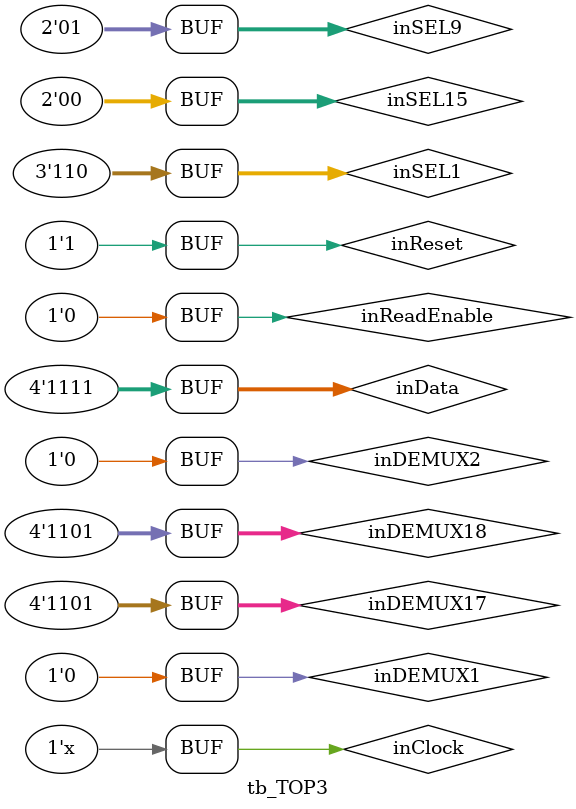
<source format=sv>


`timescale 1ns / 1ps


 
module tb_TOP3();

parameter	CLK_PERIOD = 20	;

reg 			inClock			;
reg 			inReset			;
reg		[3:0]	inData			;
reg 			inReadEnable	;
reg		 		inDEMUX1		;
reg 			inDEMUX2		;
reg 	[3:0]	inDEMUX17		;
reg 	[3:0]	inDEMUX18		;


reg		[2:0]	inSEL1			;
reg 	[1:0]	inSEL9			;
reg 	[1:0]	inSEL15			;


reg 	[3:0]	outMUX9			;
reg 	[3:0]	outMUX10		;
reg 			outMUX15		;
reg 			outMUX16		;


initial begin : init
	inClock			=	1'b1	;
	inReset			=	1'b1	;

	inData			=	4'b0	;
	inReadEnable	=	1'b0	;
	inDEMUX1		=	1'b0	;
	inDEMUX2		=	1'b0	;
	inDEMUX17		=	4'b0	;
	inDEMUX18		=	4'b0	;


	inSEL1			=	3'b0	;
	inSEL9			=	2'b0	;
	inSEL15			=	2'b0	;
end
 
//////////////////////////////////////////////////////////////////////////////////
//  CLOCK
//////////////////////////////////////////////////////////////////////////////////
always #10 	inClock = ~inClock ;
//////////////////////////////////////////////////////////////////////////////////

//////////////////////////////////////////////////////////////////////////////////
//  RESET
//////////////////////////////////////////////////////////////////////////////////
initial begin : RESET

	for(int i = 0; i < 5; i++) begin
		inReset = 1'b0 ;
		#CLK_PERIOD ;	
	end

	inReset = 1'b1 ;
	
end
//////////////////////////////////////////////////////////////////////////////////

//////////////////////////////////////////////////////////////////////////////////
//  DATA
//////////////////////////////////////////////////////////////////////////////////
initial begin : DATA

	for(int i = 0; i < 5; i++) begin
		#CLK_PERIOD ;	
	end

	/////////////////////////////
	// TEST ALL
	/////////////////////////////
	for(int i = 0; i < 80; i++) begin
		#CLK_PERIOD ;	
	end

	for(int i = 0; i < 20; i++) begin
		#CLK_PERIOD ;	
	end

	inData			=	4'b0110	;
	inReadEnable	=	1'b0	;
	inDEMUX1		=	1'b1	;
	inDEMUX2		=	1'b1	;
	inDEMUX17		=	4'b1101	;
	inDEMUX18		=	4'b1101	;	

	for(int i = 0; i < 20; i++) begin
		#CLK_PERIOD ;	
	end
	inDEMUX1		=	1'b0	;
	inDEMUX2		=	1'b0	;

	for(int i = 0; i < 20; i++) begin
		#CLK_PERIOD ;	
	end

	inData			=	4'b1100	;
	inReadEnable	=	1'b0	;
	inDEMUX1		=	1'b1	;
	inDEMUX2		=	1'b1	;
	inDEMUX17		=	4'b1101	;
	inDEMUX18		=	4'b1101	;	

	for(int i = 0; i < 20; i++) begin
		#CLK_PERIOD ;	
	end
	inDEMUX1		=	1'b0	;
	inDEMUX2		=	1'b0	;
	
	for(int i = 0; i < 20; i++) begin
		#CLK_PERIOD ;	
	end

	inData			=	4'b0011	;
	inReadEnable	=	1'b0	;
	inDEMUX1		=	1'b1	;
	inDEMUX2		=	1'b1	;
	inDEMUX17		=	4'b1101	;
	inDEMUX18		=	4'b1101	;	

	for(int i = 0; i < 20; i++) begin
		#CLK_PERIOD ;	
	end
	inDEMUX1		=	1'b0	;
	inDEMUX2		=	1'b0	;
	
	for(int i = 0; i < 20; i++) begin
		#CLK_PERIOD ;	
	end

	inData			=	4'b1010	;
	inReadEnable	=	1'b0	;
	inDEMUX1		=	1'b1	;
	inDEMUX2		=	1'b1	;
	inDEMUX17		=	4'b1101	;
	inDEMUX18		=	4'b1101	;	

	for(int i = 0; i < 20; i++) begin
		#CLK_PERIOD ;	
	end
	inDEMUX1		=	1'b0	;
	inDEMUX2		=	1'b0	;
	
	for(int i = 0; i < 25; i++) begin
		#CLK_PERIOD ;	
	end

	inData			=	4'b1111	;
	inReadEnable	=	1'b0	;
	inDEMUX1		=	1'b1	;
	inDEMUX2		=	1'b1	;
	inDEMUX17		=	4'b1101	;
	inDEMUX18		=	4'b1101	;	

	for(int i = 0; i < 20; i++) begin
		#CLK_PERIOD ;	
	end
	inDEMUX1		=	1'b0	;
	inDEMUX2		=	1'b0	;
	
	for(int i = 0; i < 20; i++) begin
		#CLK_PERIOD ;	
	end




	/////////////////////////////
	// inFIFO Stand Alone
	/////////////////////////////
	inSEL1			=	3'b001	;
	inSEL9			=	2'b0	;
	inSEL15			=	2'b0	;

	for(int i = 0; i < 5; i++) begin
		inReset  =  1'b0 ;
		#CLK_PERIOD ;	
	end

	inReset 		= 	1'b1	;
	inData			=	4'b0001	;
	inReadEnable	=	1'b0	;
	inDEMUX1		=	1'b0	; // ReadEnable
	inDEMUX2		=	1'b0	; // WriteEnable
	inDEMUX17		=	4'b0	; 
	inDEMUX18		=	4'b0	;
	for(int i = 0; i < 20; i++) begin
		#CLK_PERIOD ;	
	end
	inDEMUX2		=	1'b1	; // WriteEnable
	for(int i = 0; i < 20; i++) begin
		#CLK_PERIOD ;	
	end

	for(int i = 0; i < 10; i++) begin
		inDEMUX2 =	1'b0 ;
		#CLK_PERIOD ;	
	end

	inData			=	4'b0100	;
	inReadEnable	=	1'b0	;
	inDEMUX1		=	1'b0	; // ReadEnable
	inDEMUX2		=	1'b1	; // WriteEnable
	inDEMUX17		=	4'b0	; 
	inDEMUX18		=	4'b0	;
	for(int i = 0; i < 20; i++) begin
		#CLK_PERIOD ;	
	end

	for(int i = 0; i < 10; i++) begin
		inDEMUX2 =	1'b0 ;
		#CLK_PERIOD ;	
	end

	inData			=	4'b1001	;
	inReadEnable	=	1'b0	;
	inDEMUX1		=	1'b0	; // ReadEnable
	inDEMUX2		=	1'b1	; // WriteEnable
	inDEMUX17		=	4'b0	; 
	inDEMUX18		=	4'b0	;
	for(int i = 0; i < 20; i++) begin
		#CLK_PERIOD ;	
	end

	for(int i = 0; i < 10; i++) begin
		inDEMUX2 =	1'b0 ;
		#CLK_PERIOD ;	
	end

	inData			=	4'b000	;
	inReadEnable	=	1'b0	;
	inDEMUX1		=	1'b1	; // ReadEnable
	inDEMUX2		=	1'b0	; // WriteEnable
	inDEMUX17		=	4'b0	; 
	inDEMUX18		=	4'b0	;
	for(int i = 0; i < 20; i++) begin
		#CLK_PERIOD ;	
	end

	for(int i = 0; i < 10; i++) begin
		inDEMUX1 =	1'b0 ;
		#CLK_PERIOD ;	
	end

	inData			=	4'b000	;
	inReadEnable	=	1'b0	;
	inDEMUX1		=	1'b1	; // ReadEnable
	inDEMUX2		=	1'b0	; // WriteEnable
	inDEMUX17		=	4'b0	; 
	inDEMUX18		=	4'b0	;
	for(int i = 0; i < 20; i++) begin
		#CLK_PERIOD ;	
	end

	for(int i = 0; i < 10; i++) begin
		inDEMUX1 =	1'b0 ;
		#CLK_PERIOD ;	
	end

	inData			=	4'b000	;
	inReadEnable	=	1'b0	;
	inDEMUX1		=	1'b1	; // ReadEnable
	inDEMUX2		=	1'b0	; // WriteEnable
	inDEMUX17		=	4'b0	; 
	inDEMUX18		=	4'b0	;
	for(int i = 0; i < 20; i++) begin
		#CLK_PERIOD ;	
	end

	for(int i = 0; i < 10; i++) begin
		inDEMUX1 =	1'b0 ;
		#CLK_PERIOD ;	
	end

	inData			=	4'b000	;
	inReadEnable	=	1'b0	;
	inDEMUX1		=	1'b1	; // ReadEnable
	inDEMUX2		=	1'b0	; // WriteEnable
	inDEMUX17		=	4'b0	; 
	inDEMUX18		=	4'b0	;
	for(int i = 0; i < 20; i++) begin
		#CLK_PERIOD ;	
	end

	for(int i = 0; i < 10; i++) begin
		inDEMUX1 =	1'b0 ;
		#CLK_PERIOD ;	
	end

	inData			=	4'b000	;
	inReadEnable	=	1'b0	;
	inDEMUX1		=	1'b1	; // ReadEnable
	inDEMUX2		=	1'b0	; // WriteEnable
	inDEMUX17		=	4'b0	; 
	inDEMUX18		=	4'b0	;
	for(int i = 0; i < 20; i++) begin
		#CLK_PERIOD ;	
	end

	for(int i = 0; i < 10; i++) begin
		inDEMUX1 =	1'b0 ;
		#CLK_PERIOD ;	
	end

	inData			=	4'b000	;
	inReadEnable	=	1'b0	;
	inDEMUX1		=	1'b1	; // ReadEnable
	inDEMUX2		=	1'b0	; // WriteEnable
	inDEMUX17		=	4'b0	; 
	inDEMUX18		=	4'b0	;
	for(int i = 0; i < 20; i++) begin
		#CLK_PERIOD ;	
	end

	for(int i = 0; i < 10; i++) begin
		inDEMUX1 =	1'b0 ;
		#CLK_PERIOD ;	
	end

	inData			=	4'b000	;
	inReadEnable	=	1'b0	;
	inDEMUX1		=	1'b1	; // ReadEnable
	inDEMUX2		=	1'b0	; // WriteEnable
	inDEMUX17		=	4'b0	; 
	inDEMUX18		=	4'b0	;
	for(int i = 0; i < 10; i++) begin
		#CLK_PERIOD ;	
	end

	for(int i = 0; i < 10; i++) begin
		inDEMUX1 =	1'b0 ;
		#CLK_PERIOD ;	
	end

	inData			=	4'b000	;
	inReadEnable	=	1'b0	;
	inDEMUX1		=	1'b1	; // ReadEnable
	inDEMUX2		=	1'b0	; // WriteEnable
	inDEMUX17		=	4'b0	; 
	inDEMUX18		=	4'b0	;
	for(int i = 0; i < 20; i++) begin
		#CLK_PERIOD ;	
	end

	for(int i = 0; i < 10; i++) begin
		inDEMUX1 =	1'b0 ;
		#CLK_PERIOD ;	
	end

	inData			=	4'b000	;
	inReadEnable	=	1'b0	;
	inDEMUX1		=	1'b1	; // ReadEnable
	inDEMUX2		=	1'b0	; // WriteEnable
	inDEMUX17		=	4'b0	; 
	inDEMUX18		=	4'b0	;
	for(int i = 0; i < 20; i++) begin
		#CLK_PERIOD ;	
	end
	


	/////////////////////////////
	// CODER Stand Alone
	/////////////////////////////
	inSEL1			=	3'b010	;
	inSEL9			=	2'b0	;
	inSEL15			=	2'b1	;

	for(int i = 0; i < 5; i++) begin
		inDEMUX1		=	1'b0	; // inData
		inDEMUX2		=	1'b1	; // inEmpty
		inReset  =  1'b0 ;
		#CLK_PERIOD ;	
	end
	inReset = 1'b1 ;


	inDEMUX1		=	1'b0	; // inData
	inDEMUX2		=	1'b0	; // inEmpty
	for(int i = 0; i < 20; i++) begin
		#CLK_PERIOD ;	
	end

	inDEMUX1		=	1'b1	; // inData
	inDEMUX2		=	1'b0	; // inEmpty
	for(int i = 0; i < 20; i++) begin
		#CLK_PERIOD ;	
	end

	inDEMUX1		=	1'b1	; // inData
	inDEMUX2		=	1'b0	; // inEmpty
	for(int i = 0; i < 20; i++) begin
		#CLK_PERIOD ;	
	end

	inDEMUX1		=	1'b0	; // inData
	inDEMUX2		=	1'b0	; // inEmpty
	for(int i = 0; i < 20; i++) begin
		#CLK_PERIOD ;	
	end

	inDEMUX1		=	1'b0	; // inData
	inDEMUX2		=	1'b0	; // inEmpty
	for(int i = 0; i < 20; i++) begin
		#CLK_PERIOD ;	
	end

	inDEMUX1		=	1'b1	; // inData
	inDEMUX2		=	1'b0	; // inEmpty
	for(int i = 0; i < 20; i++) begin
		#CLK_PERIOD ;	
	end

	inDEMUX1		=	1'b1	; // inData
	inDEMUX2		=	1'b0	; // inEmpty
	for(int i = 0; i < 20; i++) begin
		#CLK_PERIOD ;	
	end

	inDEMUX1		=	1'b0	; // inData
	inDEMUX2		=	1'b0	; // inEmpty
	for(int i = 0; i < 20; i++) begin
		#CLK_PERIOD ;	
	end

	inDEMUX1		=	1'b0	; // inData
	inDEMUX2		=	1'b0	; // inEmpty
	for(int i = 0; i < 20; i++) begin
		#CLK_PERIOD ;	
	end

	inDEMUX1		=	1'b1	; // inData
	inDEMUX2		=	1'b0	; // inEmpty
	for(int i = 0; i < 20; i++) begin
		#CLK_PERIOD ;	
	end

	inDEMUX1		=	1'b1	; // inData
	inDEMUX2		=	1'b0	; // inEmpty
	for(int i = 0; i < 20; i++) begin
		#CLK_PERIOD ;	
	end

	inDEMUX1		=	1'b0	; // inData
	inDEMUX2		=	1'b0	; // inEmpty
	for(int i = 0; i < 20; i++) begin
		#CLK_PERIOD ;	
	end

	inDEMUX1		=	1'b0	; // inData
	inDEMUX2		=	1'b1	; // inEmpty
	for(int i = 0; i < 50; i++) begin
		#CLK_PERIOD ;	
	end

	inDEMUX1		=	1'b0	; // inData
	inDEMUX2		=	1'b0	; // inEmpty
	for(int i = 0; i < 20; i++) begin
		#CLK_PERIOD ;	
	end

	inDEMUX1		=	1'b1	; // inData
	inDEMUX2		=	1'b0	; // inEmpty
	for(int i = 0; i < 20; i++) begin
		#CLK_PERIOD ;	
	end

	inDEMUX1		=	1'b1	; // inData
	inDEMUX2		=	1'b0	; // inEmpty
	for(int i = 0; i < 20; i++) begin
		#CLK_PERIOD ;	
	end

	inDEMUX1		=	1'b0	; // inData
	inDEMUX2		=	1'b0	; // inEmpty
	for(int i = 0; i < 20; i++) begin
		#CLK_PERIOD ;	
	end

	inDEMUX1		=	1'b0	; // inData
	inDEMUX2		=	1'b0	; // inEmpty
	for(int i = 0; i < 20; i++) begin
		#CLK_PERIOD ;	
	end

	inDEMUX1		=	1'b1	; // inData
	inDEMUX2		=	1'b0	; // inEmpty
	for(int i = 0; i < 20; i++) begin
		#CLK_PERIOD ;	
	end

	inDEMUX1		=	1'b1	; // inData
	inDEMUX2		=	1'b0	; // inEmpty
	for(int i = 0; i < 20; i++) begin
		#CLK_PERIOD ;	
	end

	inDEMUX1		=	1'b0	; // inData
	inDEMUX2		=	1'b0	; // inEmpty
	for(int i = 0; i < 20; i++) begin
		#CLK_PERIOD ;	
	end

	inDEMUX1		=	1'b0	; // inData
	inDEMUX2		=	1'b0	; // inEmpty
	for(int i = 0; i < 20; i++) begin
		#CLK_PERIOD ;	
	end

	inDEMUX1		=	1'b1	; // inData
	inDEMUX2		=	1'b0	; // inEmpty
	for(int i = 0; i < 20; i++) begin
		#CLK_PERIOD ;	
	end

	inDEMUX1		=	1'b1	; // inData
	inDEMUX2		=	1'b0	; // inEmpty
	for(int i = 0; i < 20; i++) begin
		#CLK_PERIOD ;	
	end

	inDEMUX1		=	1'b0	; // inData
	inDEMUX2		=	1'b0	; // inEmpty
	for(int i = 0; i < 20; i++) begin
		#CLK_PERIOD ;	
	end

	inDEMUX1		=	1'b0	; // inData
	inDEMUX2		=	1'b1	; // inEmpty
	for(int i = 0; i < 20; i++) begin
		#CLK_PERIOD ;	
	end


	/////////////////////////////
	// DECODER Stand Alone
	/////////////////////////////
	inSEL1			=	3'b111	;
	inSEL9			=	2'b10	;
	inSEL15			=	2'b01	;

	for(int i = 0; i < 5; i++) begin
		inDEMUX1		=	1'b0	; // inEOC
		inDEMUX2		=	1'b0	; // 
		inDEMUX17		=	4'b0	; // I
		inDEMUX18		=	4'b0	; // Q
		inReset  =  1'b0 ;
		#CLK_PERIOD ;	
	end
	inReset = 1'b1 ;

	inDEMUX1		=	1'b0	; // inEOC
	inDEMUX17		=	4'b1010	; // I
	inDEMUX18		=	4'b0101	; // Q
	for(int i = 0; i < 20; i++) begin
		#CLK_PERIOD ;	
	end
	inDEMUX1		=	1'b1	; // inEOC
	inDEMUX17		=	4'b1010	; // I
	inDEMUX18		=	4'b0101	; // Q
	for(int i = 0; i < 20; i++) begin
		#CLK_PERIOD ;	
	end

	inDEMUX1		=	1'b0	; // inEOC
	inDEMUX17		=	4'b1010	; // I
	inDEMUX18		=	4'b0101	; // Q
	for(int i = 0; i < 20; i++) begin
		#CLK_PERIOD ;	
	end

	inDEMUX1		=	1'b1	; // inEOC
	inDEMUX17		=	4'b1110	; // I
	inDEMUX18		=	4'b1010	; // Q
	for(int i = 0; i < 20; i++) begin
		#CLK_PERIOD ;	
	end

	inDEMUX1		=	1'b0	; // inEOC
	inDEMUX17		=	4'b1110	; // I
	inDEMUX18		=	4'b1010	; // Q
	for(int i = 0; i < 20; i++) begin
		#CLK_PERIOD ;	
	end

	inDEMUX1		=	1'b1	; // inEOC
	inDEMUX17		=	4'b0010	; // I
	inDEMUX18		=	4'b1001	; // Q
	for(int i = 0; i < 20; i++) begin
		#CLK_PERIOD ;	
	end

	inDEMUX1		=	1'b0	; // inEOC
	inDEMUX17		=	4'b0010	; // I
	inDEMUX18		=	4'b1001	; // Q
	for(int i = 0; i < 20; i++) begin
		#CLK_PERIOD ;	
	end


	/////////////////////////////
	// CORDIC Stand Alone
	/////////////////////////////
	inSEL1			=	3'b011	;
	inSEL9			=	2'b0	;
	inSEL15			=	2'b10	;

	for(int i = 0; i < 20; i++) begin
		inDEMUX1		=	1'b0	; // xxx
		inDEMUX2		=	1'b0	; // cordic_inEnable
		inDEMUX17		=	4'b0	; // cordic_I
		inDEMUX18		=	4'b0	; // cordic_Q
		inReset  =  1'b0 ;
		#CLK_PERIOD ;	
	end
	inReset = 1'b1 ;

	inDEMUX2		=	1'b0	; // cordic_inEnable
	inDEMUX17		=	4'b1101	; // cordic_I
	inDEMUX18		=	4'b1100	; // cordic_Q
	for(int i = 0; i < 1; i++) begin
		#CLK_PERIOD ;	
	end

	inDEMUX2		=	1'b1	; // cordic_inEnable
	inDEMUX17		=	4'b1101	; // cordic_I
	inDEMUX18		=	4'b1100	; // cordic_Q
	for(int i = 0; i < 10; i++) begin
		#CLK_PERIOD ;	
	end

	inDEMUX2		=	1'b0	; // cordic_inEnable
	inDEMUX17		=	4'b1101	; // cordic_I
	inDEMUX18		=	4'b1100	; // cordic_Q
	for(int i = 0; i < 20; i++) begin
		#CLK_PERIOD ;	
	end

	inDEMUX2		=	1'b1	; // cordic_inEnable
	inDEMUX17		=	4'b0011	; // cordic_I
	inDEMUX18		=	4'b0110	; // cordic_Q
	for(int i = 0; i < 10; i++) begin
		#CLK_PERIOD ;	
	end

	inDEMUX2		=	1'b0	; // cordic_inEnable
	inDEMUX17		=	4'b0011	; // cordic_I
	inDEMUX18		=	4'b0110	; // cordic_Q
	for(int i = 0; i < 20; i++) begin
		#CLK_PERIOD ;	
	end

	inDEMUX2		=	1'b1	; // cordic_inEnable
	inDEMUX17		=	4'b1011	; // cordic_I
	inDEMUX18		=	4'b1011	; // cordic_Q
	for(int i = 0; i < 10; i++) begin
		#CLK_PERIOD ;	
	end

	inDEMUX2		=	1'b0	; // cordic_inEnable
	inDEMUX17		=	4'b1011	; // cordic_I
	inDEMUX18		=	4'b1011	; // cordic_Q
	for(int i = 0; i < 20; i++) begin
		#CLK_PERIOD ;	
	end




	/////////////////////////////
	// CDR Stand Alone
	/////////////////////////////
	inSEL1			=	3'b100	;
	inSEL9			=	2'b0	;
	inSEL15			=	2'b11	;

	for(int i = 0; i < 50; i++) begin
		inDEMUX1		=	1'b0	; 
		inDEMUX2		=	1'b0	; 
		inDEMUX17		=	4'b0	; 
		inDEMUX18		=	4'b0	; 
		inReset  =  1'b0 ;
		#CLK_PERIOD ;	
	end
	inReset = 1'b1 ;

	inDEMUX1		=	1'b1	; // CDR_inEnable
	inDEMUX2		=	1'b0	; // CDR_inDIR
	for(int i = 0; i < 10; i++) begin
		#CLK_PERIOD ;	
	end

	inDEMUX1		=	1'b0	; // CDR_inEnable
	inDEMUX2		=	1'b0	; // CDR_inDIR
	for(int i = 0; i < 20; i++) begin
		#CLK_PERIOD ;	
	end

	inDEMUX1		=	1'b1	; // CDR_inEnable
	inDEMUX2		=	1'b1	; // CDR_inDIR
	for(int i = 0; i < 10; i++) begin
		#CLK_PERIOD ;	
	end	

	inDEMUX1		=	1'b0	; // CDR_inEnable
	inDEMUX2		=	1'b1	; // CDR_inDIR
	for(int i = 0; i < 20; i++) begin
		#CLK_PERIOD ;	
	end	




	/////////////////////////////
	// outFIFO Stand Alone
	/////////////////////////////
	inSEL1			=	3'b101	;
	inSEL9			=	2'b11	;
	inSEL15			=	2'b11	;

	for(int i = 0; i < 50; i++) begin
		inDEMUX1		=	1'b0	; 
		inDEMUX2		=	1'b0	; 
		inDEMUX17		=	4'b0	; 
		inDEMUX18		=	4'b0	; 
		inReset  =  1'b0 ;
		#CLK_PERIOD ;	
	end
	inReset = 1'b1 ;

	inDEMUX1		=	1'b0	; // WriteEnable
	inDEMUX2		=	1'b1	; // inData
	for(int i = 0; i < 20; i++) begin
		#CLK_PERIOD ;	
	end

	inDEMUX1		=	1'b1	; // WriteEnable
	inDEMUX2		=	1'b1	; // inData
	for(int i = 0; i < 20; i++) begin
		#CLK_PERIOD ;	
	end

	inDEMUX1		=	1'b0	; // WriteEnable
	inDEMUX2		=	1'b1	; // inData
	for(int i = 0; i < 20; i++) begin
		#CLK_PERIOD ;	
	end

	inDEMUX1		=	1'b1	; // WriteEnable
	inDEMUX2		=	1'b1	; // inData
	for(int i = 0; i < 20; i++) begin
		#CLK_PERIOD ;	
	end

	inDEMUX1		=	1'b0	; // WriteEnable
	inDEMUX2		=	1'b1	; // inData
	for(int i = 0; i < 20; i++) begin
		#CLK_PERIOD ;	
	end

	inDEMUX1		=	1'b1	; // WriteEnable
	inDEMUX2		=	1'b1	; // inData
	for(int i = 0; i < 20; i++) begin
		#CLK_PERIOD ;	
	end

	inDEMUX1		=	1'b0	; // WriteEnable
	inDEMUX2		=	1'b1	; // inData
	for(int i = 0; i < 20; i++) begin
		#CLK_PERIOD ;	
	end

	inDEMUX1		=	1'b1	; // WriteEnable
	inDEMUX2		=	1'b1	; // inData
	for(int i = 0; i < 20; i++) begin
		#CLK_PERIOD ;	
	end

	inDEMUX1		=	1'b0	; // WriteEnable
	inDEMUX2		=	1'b1	; // inData
	for(int i = 0; i < 20; i++) begin
		#CLK_PERIOD ;	
	end

	inReadEnable	=	1'b1;
	for(int i = 0; i < 20; i++) begin
		#CLK_PERIOD ;	
	end

	inReadEnable	=	1'b0;
	for(int i = 0; i < 20; i++) begin
		#CLK_PERIOD ;	
	end

	inReadEnable	=	1'b1;
	for(int i = 0; i < 20; i++) begin
		#CLK_PERIOD ;	
	end

	inReadEnable	=	1'b0;
	for(int i = 0; i < 20; i++) begin
		#CLK_PERIOD ;	
	end

	inReadEnable	=	1'b1;
	for(int i = 0; i < 20; i++) begin
		#CLK_PERIOD ;	
	end

	inReadEnable	=	1'b0;
	for(int i = 0; i < 20; i++) begin
		#CLK_PERIOD ;	
	end

	inReadEnable	=	1'b1;
	for(int i = 0; i < 20; i++) begin
		#CLK_PERIOD ;	
	end

	inReadEnable	=	1'b0;
	for(int i = 0; i < 200; i++) begin
		#CLK_PERIOD ;	
	end



	/////////////////////////////
	// CODER --> CORDIC
	/////////////////////////////

	inSEL1			=	3'b110	;
	inSEL9			=	2'b1	;
	inSEL15			=	2'b0	;

	for(int i = 0; i < 20; i++) begin
		#CLK_PERIOD ;	
		inData			=	4'b0	;
		inReadEnable	=	1'b0	;
		inDEMUX1		=	1'b0	;
		inDEMUX2		=	1'b0	;
		inDEMUX17		=	4'b0	;
		inDEMUX18		=	4'b0	;
		inReset  =  1'b0 ;
	end
	inReset  =  1'b1 ;

	inData			=	4'b0110	;
	inReadEnable	=	1'b0	;
	inDEMUX1		=	1'b1	;
	inDEMUX2		=	1'b1	;
	inDEMUX17		=	4'b1101	;
	inDEMUX18		=	4'b1101	;	

	for(int i = 0; i < 20; i++) begin
		#CLK_PERIOD ;	
	end
	inDEMUX1		=	1'b0	;
	inDEMUX2		=	1'b0	;

	for(int i = 0; i < 20; i++) begin
		#CLK_PERIOD ;	
	end

	inData			=	4'b1100	;
	inReadEnable	=	1'b0	;
	inDEMUX1		=	1'b1	;
	inDEMUX2		=	1'b1	;
	inDEMUX17		=	4'b1101	;
	inDEMUX18		=	4'b1101	;	

	for(int i = 0; i < 20; i++) begin
		#CLK_PERIOD ;	
	end
	inDEMUX1		=	1'b0	;
	inDEMUX2		=	1'b0	;
	
	for(int i = 0; i < 20; i++) begin
		#CLK_PERIOD ;	
	end

	inData			=	4'b0011	;
	inReadEnable	=	1'b0	;
	inDEMUX1		=	1'b1	;
	inDEMUX2		=	1'b1	;
	inDEMUX17		=	4'b1101	;
	inDEMUX18		=	4'b1101	;	

	for(int i = 0; i < 20; i++) begin
		#CLK_PERIOD ;	
	end
	inDEMUX1		=	1'b0	;
	inDEMUX2		=	1'b0	;
	
	for(int i = 0; i < 20; i++) begin
		#CLK_PERIOD ;	
	end

	inData			=	4'b1010	;
	inReadEnable	=	1'b0	;
	inDEMUX1		=	1'b1	;
	inDEMUX2		=	1'b1	;
	inDEMUX17		=	4'b1101	;
	inDEMUX18		=	4'b1101	;	

	for(int i = 0; i < 20; i++) begin
		#CLK_PERIOD ;	
	end
	inDEMUX1		=	1'b0	;
	inDEMUX2		=	1'b0	;
	
	for(int i = 0; i < 25; i++) begin
		#CLK_PERIOD ;	
	end

	inData			=	4'b1111	;
	inReadEnable	=	1'b0	;
	inDEMUX1		=	1'b1	;
	inDEMUX2		=	1'b1	;
	inDEMUX17		=	4'b1101	;
	inDEMUX18		=	4'b1101	;	

	for(int i = 0; i < 20; i++) begin
		#CLK_PERIOD ;	
	end
	inDEMUX1		=	1'b0	;
	inDEMUX2		=	1'b0	;
	
	for(int i = 0; i < 20; i++) begin
		#CLK_PERIOD ;	
	end	

	
end
//////////////////////////////////////////////////////////////////////////////////






//////////////////////////////////////////////////////////////////////////////////
//  TOP
//////////////////////////////////////////////////////////////////////////////////
TOP2 u_top (
	.inClock					(inClock		) ,
	.inReset					(inReset		) ,
	.in_inFIFO_inData			(inData			) , 
	.in_outFIFO_inReadEnable	(inReadEnable	) , 

	.in_DEMUX_inDEMUX1			(inDEMUX1		) ,
	.in_DEMUX_inDEMUX2			(inDEMUX2		) ,
	.in_DEMUX_inDEMUX17			(inDEMUX17		) ,   
	.in_DEMUX_inDEMUX18			(inDEMUX18		) ,   

	.in_DEMUX_inSEL1			(inSEL1			) , 
	.in_MUX_inSEL9				(inSEL9			) , 
	.in_MUX_inSEL15				(inSEL15		) , 

	.out_MUX_outMUX9			(outMUX9		) ,	
	.out_MUX_outMUX10			(outMUX10		) ,	
	.out_MUX_outMUX15			(outMUX15		) ,	
	.out_MUX_outMUX16			(outMUX16		)
);
//////////////////////////////////////////////////////////////////////////////////


endmodule



</source>
